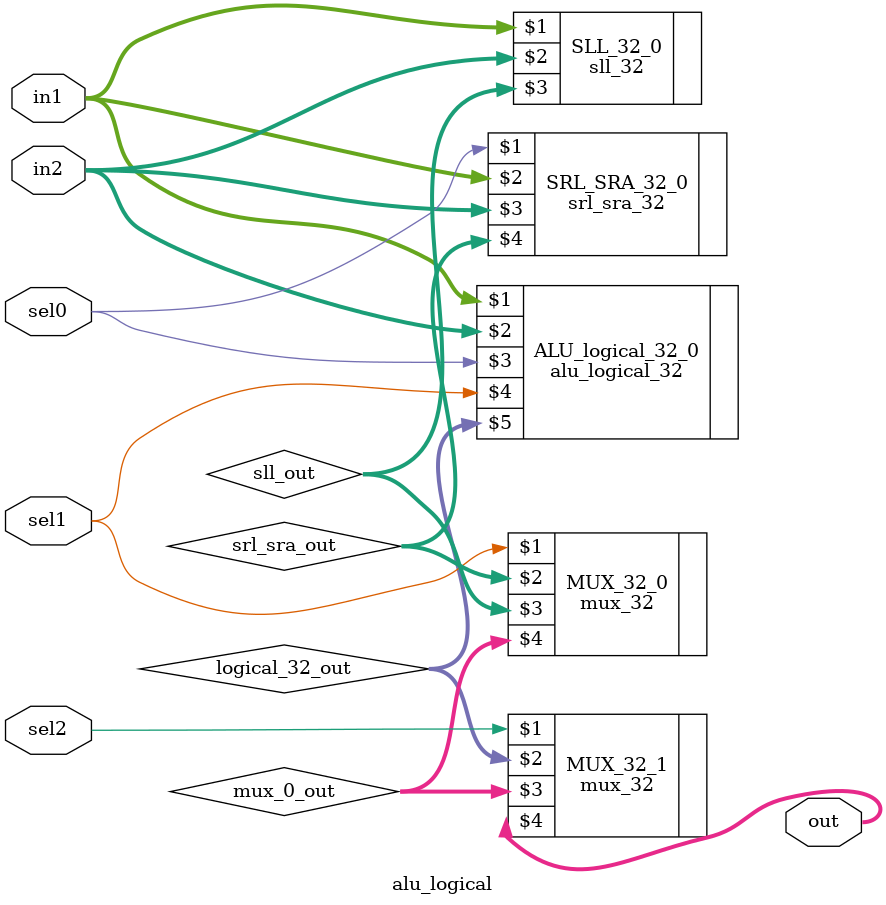
<source format=v>


module alu_logical(in1, in2, sel0, sel1, sel2, out);
    input    [31:0] in1;
    input    [31:0] in2;
    input           sel0;
    input           sel1;
    input           sel2;
    output   [31:0] out;
    wire     [31:0] logical_32_out;
    wire     [31:0] sll_out;
    wire     [31:0] srl_sra_out;
    wire     [31:0] mux_0_out;

    alu_logical_32 ALU_logical_32_0(in1, in2, sel0, sel1, logical_32_out);
    sll_32 SLL_32_0(in1, in2, sll_out);
    srl_sra_32 SRL_SRA_32_0(sel0, in1, in2, srl_sra_out);

    mux_32 MUX_32_0(sel1, srl_sra_out, sll_out, mux_0_out);
    mux_32 MUX_32_1(sel2, logical_32_out, mux_0_out, out);
endmodule 

</source>
